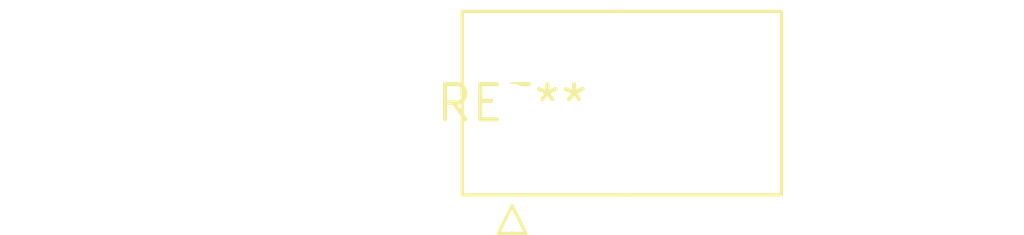
<source format=kicad_pcb>
(kicad_pcb (version 20240108) (generator pcbnew)
  (layers (0 "F.Cu" signal) (31 "B.Cu" signal) (34 "B.Paste" user) (35 "F.Paste" user) (36 "B.SilkS" user "B.Silkscreen") (37 "F.SilkS" user "F.Silkscreen") (38 "B.Mask" user) (39 "F.Mask" user) (44 "Edge.Cuts" user))
  (net 0 "")
  (footprint "TE_826576-3_1x03_P3.96mm_Vertical" (layer "F.Cu") (at 0 0)
    (property "Reference" "REF**")
    (property "Value" "TE_826576-3_1x03_P3.96mm_Vertical")
    (fp_line (start -1.8 -3.31) (end -1.8 3.31) (layer "F.SilkS") (stroke (width 0.12)))
    (fp_line (start -1.8 3.31) (end 3.96 3.31) (layer "F.SilkS") (stroke (width 0.12)))
    (fp_line (start -0.5 4.7) (end 0 3.7) (layer "F.SilkS") (stroke (width 0.12)))
    (fp_line (start 0 3.7) (end 0.5 4.7) (layer "F.SilkS") (stroke (width 0.12)))
    (fp_line (start 0.5 4.7) (end -0.5 4.7) (layer "F.SilkS") (stroke (width 0.12)))
    (fp_line (start 3.96 -3.31) (end -1.8 -3.31) (layer "F.SilkS") (stroke (width 0.12)))
    (fp_line (start 3.96 -3.31) (end 9.72 -3.31) (layer "F.SilkS") (stroke (width 0.12)))
    (fp_line (start 9.72 -3.31) (end 9.72 3.31) (layer "F.SilkS") (stroke (width 0.12)))
    (fp_line (start 9.72 3.31) (end 3.96 3.31) (layer "F.SilkS") (stroke (width 0.12)))
    (pad "1" thru_hole roundrect (at 0 0) (size 2.4 2.4) (drill 1.4) (layers *.Cu *.Mask) (remove_unused_layers) (roundrect_rratio 0.104167))
    (pad "2" thru_hole circle (at 3.96 0) (size 2.4 2.4) (drill 1.4) (layers *.Cu *.Mask) (remove_unused_layers))
    (pad "3" thru_hole circle (at 7.92 0) (size 2.4 2.4) (drill 1.4) (layers *.Cu *.Mask) (remove_unused_layers))
  )
)
</source>
